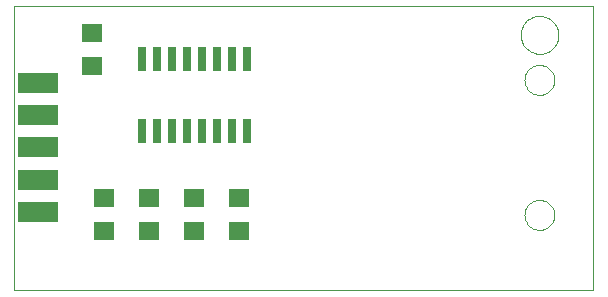
<source format=gtp>
G75*
G70*
%OFA0B0*%
%FSLAX24Y24*%
%IPPOS*%
%LPD*%
%AMOC8*
5,1,8,0,0,1.08239X$1,22.5*
%
%ADD10C,0.0000*%
%ADD11R,0.0260X0.0800*%
%ADD12R,0.0709X0.0630*%
%ADD13R,0.1378X0.0669*%
D10*
X004777Y002056D02*
X004777Y011505D01*
X024069Y011505D01*
X024069Y002056D01*
X004777Y002056D01*
X021777Y004556D02*
X021779Y004600D01*
X021785Y004644D01*
X021795Y004687D01*
X021808Y004729D01*
X021825Y004770D01*
X021846Y004809D01*
X021870Y004846D01*
X021897Y004881D01*
X021927Y004913D01*
X021960Y004943D01*
X021996Y004969D01*
X022033Y004993D01*
X022073Y005012D01*
X022114Y005029D01*
X022157Y005041D01*
X022200Y005050D01*
X022244Y005055D01*
X022288Y005056D01*
X022332Y005053D01*
X022376Y005046D01*
X022419Y005035D01*
X022461Y005021D01*
X022501Y005003D01*
X022540Y004981D01*
X022576Y004957D01*
X022610Y004929D01*
X022642Y004898D01*
X022671Y004864D01*
X022697Y004828D01*
X022719Y004790D01*
X022738Y004750D01*
X022753Y004708D01*
X022765Y004666D01*
X022773Y004622D01*
X022777Y004578D01*
X022777Y004534D01*
X022773Y004490D01*
X022765Y004446D01*
X022753Y004404D01*
X022738Y004362D01*
X022719Y004322D01*
X022697Y004284D01*
X022671Y004248D01*
X022642Y004214D01*
X022610Y004183D01*
X022576Y004155D01*
X022540Y004131D01*
X022501Y004109D01*
X022461Y004091D01*
X022419Y004077D01*
X022376Y004066D01*
X022332Y004059D01*
X022288Y004056D01*
X022244Y004057D01*
X022200Y004062D01*
X022157Y004071D01*
X022114Y004083D01*
X022073Y004100D01*
X022033Y004119D01*
X021996Y004143D01*
X021960Y004169D01*
X021927Y004199D01*
X021897Y004231D01*
X021870Y004266D01*
X021846Y004303D01*
X021825Y004342D01*
X021808Y004383D01*
X021795Y004425D01*
X021785Y004468D01*
X021779Y004512D01*
X021777Y004556D01*
X021777Y009056D02*
X021779Y009100D01*
X021785Y009144D01*
X021795Y009187D01*
X021808Y009229D01*
X021825Y009270D01*
X021846Y009309D01*
X021870Y009346D01*
X021897Y009381D01*
X021927Y009413D01*
X021960Y009443D01*
X021996Y009469D01*
X022033Y009493D01*
X022073Y009512D01*
X022114Y009529D01*
X022157Y009541D01*
X022200Y009550D01*
X022244Y009555D01*
X022288Y009556D01*
X022332Y009553D01*
X022376Y009546D01*
X022419Y009535D01*
X022461Y009521D01*
X022501Y009503D01*
X022540Y009481D01*
X022576Y009457D01*
X022610Y009429D01*
X022642Y009398D01*
X022671Y009364D01*
X022697Y009328D01*
X022719Y009290D01*
X022738Y009250D01*
X022753Y009208D01*
X022765Y009166D01*
X022773Y009122D01*
X022777Y009078D01*
X022777Y009034D01*
X022773Y008990D01*
X022765Y008946D01*
X022753Y008904D01*
X022738Y008862D01*
X022719Y008822D01*
X022697Y008784D01*
X022671Y008748D01*
X022642Y008714D01*
X022610Y008683D01*
X022576Y008655D01*
X022540Y008631D01*
X022501Y008609D01*
X022461Y008591D01*
X022419Y008577D01*
X022376Y008566D01*
X022332Y008559D01*
X022288Y008556D01*
X022244Y008557D01*
X022200Y008562D01*
X022157Y008571D01*
X022114Y008583D01*
X022073Y008600D01*
X022033Y008619D01*
X021996Y008643D01*
X021960Y008669D01*
X021927Y008699D01*
X021897Y008731D01*
X021870Y008766D01*
X021846Y008803D01*
X021825Y008842D01*
X021808Y008883D01*
X021795Y008925D01*
X021785Y008968D01*
X021779Y009012D01*
X021777Y009056D01*
X021647Y010556D02*
X021649Y010606D01*
X021655Y010656D01*
X021665Y010705D01*
X021679Y010753D01*
X021696Y010800D01*
X021717Y010845D01*
X021742Y010889D01*
X021770Y010930D01*
X021802Y010969D01*
X021836Y011006D01*
X021873Y011040D01*
X021913Y011070D01*
X021955Y011097D01*
X021999Y011121D01*
X022045Y011142D01*
X022092Y011158D01*
X022140Y011171D01*
X022190Y011180D01*
X022239Y011185D01*
X022290Y011186D01*
X022340Y011183D01*
X022389Y011176D01*
X022438Y011165D01*
X022486Y011150D01*
X022532Y011132D01*
X022577Y011110D01*
X022620Y011084D01*
X022661Y011055D01*
X022700Y011023D01*
X022736Y010988D01*
X022768Y010950D01*
X022798Y010910D01*
X022825Y010867D01*
X022848Y010823D01*
X022867Y010777D01*
X022883Y010729D01*
X022895Y010680D01*
X022903Y010631D01*
X022907Y010581D01*
X022907Y010531D01*
X022903Y010481D01*
X022895Y010432D01*
X022883Y010383D01*
X022867Y010335D01*
X022848Y010289D01*
X022825Y010245D01*
X022798Y010202D01*
X022768Y010162D01*
X022736Y010124D01*
X022700Y010089D01*
X022661Y010057D01*
X022620Y010028D01*
X022577Y010002D01*
X022532Y009980D01*
X022486Y009962D01*
X022438Y009947D01*
X022389Y009936D01*
X022340Y009929D01*
X022290Y009926D01*
X022239Y009927D01*
X022190Y009932D01*
X022140Y009941D01*
X022092Y009954D01*
X022045Y009970D01*
X021999Y009991D01*
X021955Y010015D01*
X021913Y010042D01*
X021873Y010072D01*
X021836Y010106D01*
X021802Y010143D01*
X021770Y010182D01*
X021742Y010223D01*
X021717Y010267D01*
X021696Y010312D01*
X021679Y010359D01*
X021665Y010407D01*
X021655Y010456D01*
X021649Y010506D01*
X021647Y010556D01*
D11*
X012527Y009766D03*
X012027Y009766D03*
X011527Y009766D03*
X011027Y009766D03*
X010527Y009766D03*
X010027Y009766D03*
X009527Y009766D03*
X009027Y009766D03*
X009027Y007346D03*
X009527Y007346D03*
X010027Y007346D03*
X010527Y007346D03*
X011027Y007346D03*
X011527Y007346D03*
X012027Y007346D03*
X012527Y007346D03*
D12*
X012277Y005107D03*
X010777Y005107D03*
X009277Y005107D03*
X007777Y005107D03*
X007777Y004005D03*
X009277Y004005D03*
X010777Y004005D03*
X012277Y004005D03*
X007377Y009505D03*
X007377Y010607D03*
D13*
X005567Y008966D03*
X005567Y007886D03*
X005567Y006806D03*
X005567Y005726D03*
X005567Y004646D03*
M02*

</source>
